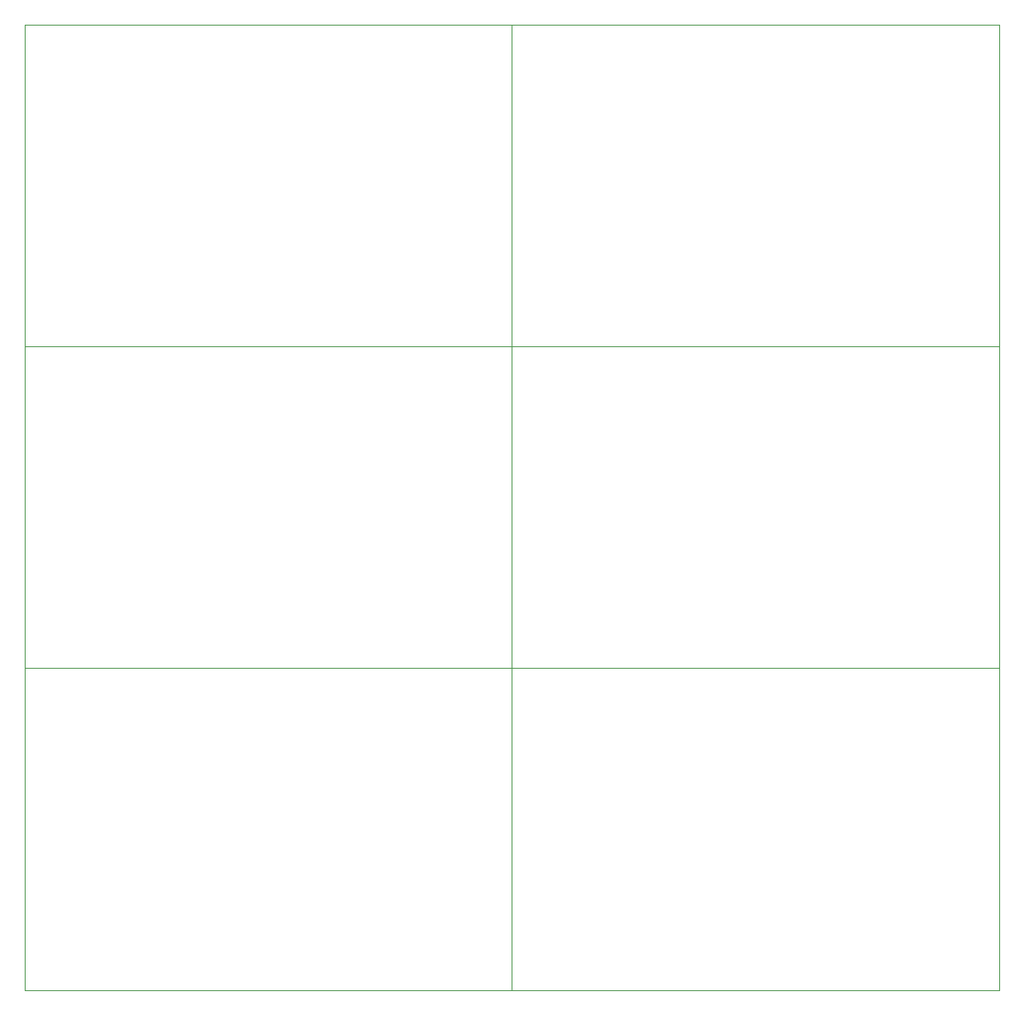
<source format=gbr>
G04 #@! TF.GenerationSoftware,KiCad,Pcbnew,5.1.3-ffb9f22~84~ubuntu16.04.1*
G04 #@! TF.CreationDate,2019-08-12T11:52:22-04:00*
G04 #@! TF.ProjectId,usb-serial-interface_panelized,7573622d-7365-4726-9961-6c2d696e7465,rev?*
G04 #@! TF.SameCoordinates,Original*
G04 #@! TF.FileFunction,Profile,NP*
%FSLAX46Y46*%
G04 Gerber Fmt 4.6, Leading zero omitted, Abs format (unit mm)*
G04 Created by KiCad (PCBNEW 5.1.3-ffb9f22~84~ubuntu16.04.1) date 2019-08-12 11:52:22*
%MOMM*%
%LPD*%
G04 APERTURE LIST*
%ADD10C,0.100000*%
G04 APERTURE END LIST*
D10*
X79374998Y-130160002D02*
X179325004Y-130160002D01*
X79374998Y-97110000D02*
X179325004Y-97110000D01*
X129300000Y-64109998D02*
X129300000Y-163260006D01*
X79374999Y-163260005D02*
X79374999Y-64109999D01*
X179325003Y-163260005D02*
X79374999Y-163260005D01*
X179325003Y-64109999D02*
X179325003Y-163260005D01*
X79374999Y-64109999D02*
X179325003Y-64109999D01*
M02*

</source>
